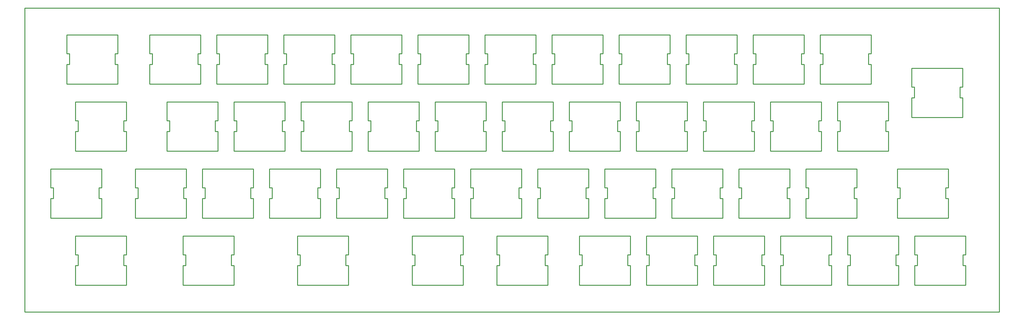
<source format=gko>
G04 Layer: BoardOutlineLayer*
G04 EasyEDA v6.5.34, 2023-08-01 23:33:27*
G04 013074218b084bf4b982500637593cf9,5a6b42c53f6a479593ecc07194224c93,10*
G04 Gerber Generator version 0.2*
G04 Scale: 100 percent, Rotated: No, Reflected: No *
G04 Dimensions in millimeters *
G04 leading zeros omitted , absolute positions ,4 integer and 5 decimal *
%FSLAX45Y45*%
%MOMM*%

%ADD10C,0.2540*%
D10*
X0Y8636000D02*
G01*
X27686000Y8636000D01*
X27686000Y0D01*
X0Y0D01*
X0Y8636000D01*
X3543300Y7874000D02*
G01*
X3543300Y7340600D01*
X3543300Y7340600D02*
G01*
X3619500Y7340600D01*
X3619500Y7340600D02*
G01*
X3619500Y7035800D01*
X3619500Y7035800D02*
G01*
X3543300Y7035800D01*
X3543300Y7035800D02*
G01*
X3543300Y6477000D01*
X3543300Y6477000D02*
G01*
X4991100Y6477000D01*
X4991100Y6477000D02*
G01*
X4991100Y7035800D01*
X4991100Y7035800D02*
G01*
X4914900Y7035800D01*
X4914900Y7035800D02*
G01*
X4914900Y7340600D01*
X4914900Y7340600D02*
G01*
X4991100Y7340600D01*
X4991100Y7340600D02*
G01*
X4991100Y7874000D01*
X4991100Y7874000D02*
G01*
X3543300Y7874000D01*
X1187500Y7874000D02*
G01*
X1187500Y7340600D01*
X1187500Y7340600D02*
G01*
X1263700Y7340600D01*
X1263700Y7340600D02*
G01*
X1263700Y7035800D01*
X1263700Y7035800D02*
G01*
X1187500Y7035800D01*
X1187500Y7035800D02*
G01*
X1187500Y6477000D01*
X1187500Y6477000D02*
G01*
X2635300Y6477000D01*
X2635300Y6477000D02*
G01*
X2635300Y7035800D01*
X2635300Y7035800D02*
G01*
X2559100Y7035800D01*
X2559100Y7035800D02*
G01*
X2559100Y7340600D01*
X2559100Y7340600D02*
G01*
X2635300Y7340600D01*
X2635300Y7340600D02*
G01*
X2635300Y7874000D01*
X2635300Y7874000D02*
G01*
X1187500Y7874000D01*
X5448300Y7874000D02*
G01*
X5448300Y7340600D01*
X5448300Y7340600D02*
G01*
X5524500Y7340600D01*
X5524500Y7340600D02*
G01*
X5524500Y7035800D01*
X5524500Y7035800D02*
G01*
X5448300Y7035800D01*
X5448300Y7035800D02*
G01*
X5448300Y6477000D01*
X5448300Y6477000D02*
G01*
X6896100Y6477000D01*
X6896100Y6477000D02*
G01*
X6896100Y7035800D01*
X6896100Y7035800D02*
G01*
X6819900Y7035800D01*
X6819900Y7035800D02*
G01*
X6819900Y7340600D01*
X6819900Y7340600D02*
G01*
X6896100Y7340600D01*
X6896100Y7340600D02*
G01*
X6896100Y7874000D01*
X6896100Y7874000D02*
G01*
X5448300Y7874000D01*
X7353300Y7874000D02*
G01*
X7353300Y7340600D01*
X7353300Y7340600D02*
G01*
X7429500Y7340600D01*
X7429500Y7340600D02*
G01*
X7429500Y7035800D01*
X7429500Y7035800D02*
G01*
X7353300Y7035800D01*
X7353300Y7035800D02*
G01*
X7353300Y6477000D01*
X7353300Y6477000D02*
G01*
X8801100Y6477000D01*
X8801100Y6477000D02*
G01*
X8801100Y7035800D01*
X8801100Y7035800D02*
G01*
X8724900Y7035800D01*
X8724900Y7035800D02*
G01*
X8724900Y7340600D01*
X8724900Y7340600D02*
G01*
X8801100Y7340600D01*
X8801100Y7340600D02*
G01*
X8801100Y7874000D01*
X8801100Y7874000D02*
G01*
X7353300Y7874000D01*
X9258300Y7874000D02*
G01*
X9258300Y7340600D01*
X9258300Y7340600D02*
G01*
X9334500Y7340600D01*
X9334500Y7340600D02*
G01*
X9334500Y7035800D01*
X9334500Y7035800D02*
G01*
X9258300Y7035800D01*
X9258300Y7035800D02*
G01*
X9258300Y6477000D01*
X9258300Y6477000D02*
G01*
X10706100Y6477000D01*
X10706100Y6477000D02*
G01*
X10706100Y7035800D01*
X10706100Y7035800D02*
G01*
X10629900Y7035800D01*
X10629900Y7035800D02*
G01*
X10629900Y7340600D01*
X10629900Y7340600D02*
G01*
X10706100Y7340600D01*
X10706100Y7340600D02*
G01*
X10706100Y7874000D01*
X10706100Y7874000D02*
G01*
X9258300Y7874000D01*
X11163300Y7874000D02*
G01*
X11163300Y7340600D01*
X11163300Y7340600D02*
G01*
X11239500Y7340600D01*
X11239500Y7340600D02*
G01*
X11239500Y7035800D01*
X11239500Y7035800D02*
G01*
X11163300Y7035800D01*
X11163300Y7035800D02*
G01*
X11163300Y6477000D01*
X11163300Y6477000D02*
G01*
X12611100Y6477000D01*
X12611100Y6477000D02*
G01*
X12611100Y7035800D01*
X12611100Y7035800D02*
G01*
X12534900Y7035800D01*
X12534900Y7035800D02*
G01*
X12534900Y7340600D01*
X12534900Y7340600D02*
G01*
X12611100Y7340600D01*
X12611100Y7340600D02*
G01*
X12611100Y7874000D01*
X12611100Y7874000D02*
G01*
X11163300Y7874000D01*
X13068300Y7874000D02*
G01*
X13068300Y7340600D01*
X13068300Y7340600D02*
G01*
X13144500Y7340600D01*
X13144500Y7340600D02*
G01*
X13144500Y7035800D01*
X13144500Y7035800D02*
G01*
X13068300Y7035800D01*
X13068300Y7035800D02*
G01*
X13068300Y6477000D01*
X13068300Y6477000D02*
G01*
X14516100Y6477000D01*
X14516100Y6477000D02*
G01*
X14516100Y7035800D01*
X14516100Y7035800D02*
G01*
X14439900Y7035800D01*
X14439900Y7035800D02*
G01*
X14439900Y7340600D01*
X14439900Y7340600D02*
G01*
X14516100Y7340600D01*
X14516100Y7340600D02*
G01*
X14516100Y7874000D01*
X14516100Y7874000D02*
G01*
X13068300Y7874000D01*
X14973300Y7874000D02*
G01*
X14973300Y7340600D01*
X14973300Y7340600D02*
G01*
X15049500Y7340600D01*
X15049500Y7340600D02*
G01*
X15049500Y7035800D01*
X15049500Y7035800D02*
G01*
X14973300Y7035800D01*
X14973300Y7035800D02*
G01*
X14973300Y6477000D01*
X14973300Y6477000D02*
G01*
X16421100Y6477000D01*
X16421100Y6477000D02*
G01*
X16421100Y7035800D01*
X16421100Y7035800D02*
G01*
X16344900Y7035800D01*
X16344900Y7035800D02*
G01*
X16344900Y7340600D01*
X16344900Y7340600D02*
G01*
X16421100Y7340600D01*
X16421100Y7340600D02*
G01*
X16421100Y7874000D01*
X16421100Y7874000D02*
G01*
X14973300Y7874000D01*
X16878300Y7874000D02*
G01*
X16878300Y7340600D01*
X16878300Y7340600D02*
G01*
X16954500Y7340600D01*
X16954500Y7340600D02*
G01*
X16954500Y7035800D01*
X16954500Y7035800D02*
G01*
X16878300Y7035800D01*
X16878300Y7035800D02*
G01*
X16878300Y6477000D01*
X16878300Y6477000D02*
G01*
X18326100Y6477000D01*
X18326100Y6477000D02*
G01*
X18326100Y7035800D01*
X18326100Y7035800D02*
G01*
X18249900Y7035800D01*
X18249900Y7035800D02*
G01*
X18249900Y7340600D01*
X18249900Y7340600D02*
G01*
X18326100Y7340600D01*
X18326100Y7340600D02*
G01*
X18326100Y7874000D01*
X18326100Y7874000D02*
G01*
X16878300Y7874000D01*
X18783300Y7874000D02*
G01*
X18783300Y7340600D01*
X18783300Y7340600D02*
G01*
X18859500Y7340600D01*
X18859500Y7340600D02*
G01*
X18859500Y7035800D01*
X18859500Y7035800D02*
G01*
X18783300Y7035800D01*
X18783300Y7035800D02*
G01*
X18783300Y6477000D01*
X18783300Y6477000D02*
G01*
X20231100Y6477000D01*
X20231100Y6477000D02*
G01*
X20231100Y7035800D01*
X20231100Y7035800D02*
G01*
X20154900Y7035800D01*
X20154900Y7035800D02*
G01*
X20154900Y7340600D01*
X20154900Y7340600D02*
G01*
X20231100Y7340600D01*
X20231100Y7340600D02*
G01*
X20231100Y7874000D01*
X20231100Y7874000D02*
G01*
X18783300Y7874000D01*
X20688300Y7874000D02*
G01*
X20688300Y7340600D01*
X20688300Y7340600D02*
G01*
X20764500Y7340600D01*
X20764500Y7340600D02*
G01*
X20764500Y7035800D01*
X20764500Y7035800D02*
G01*
X20688300Y7035800D01*
X20688300Y7035800D02*
G01*
X20688300Y6477000D01*
X20688300Y6477000D02*
G01*
X22136100Y6477000D01*
X22136100Y6477000D02*
G01*
X22136100Y7035800D01*
X22136100Y7035800D02*
G01*
X22059900Y7035800D01*
X22059900Y7035800D02*
G01*
X22059900Y7340600D01*
X22059900Y7340600D02*
G01*
X22136100Y7340600D01*
X22136100Y7340600D02*
G01*
X22136100Y7874000D01*
X22136100Y7874000D02*
G01*
X20688300Y7874000D01*
X22593300Y7874000D02*
G01*
X22593300Y7340600D01*
X22593300Y7340600D02*
G01*
X22669500Y7340600D01*
X22669500Y7340600D02*
G01*
X22669500Y7035800D01*
X22669500Y7035800D02*
G01*
X22593300Y7035800D01*
X22593300Y7035800D02*
G01*
X22593300Y6477000D01*
X22593300Y6477000D02*
G01*
X24041100Y6477000D01*
X24041100Y6477000D02*
G01*
X24041100Y7035800D01*
X24041100Y7035800D02*
G01*
X23964900Y7035800D01*
X23964900Y7035800D02*
G01*
X23964900Y7340600D01*
X23964900Y7340600D02*
G01*
X24041100Y7340600D01*
X24041100Y7340600D02*
G01*
X24041100Y7874000D01*
X24041100Y7874000D02*
G01*
X22593300Y7874000D01*
X25196800Y6921500D02*
G01*
X25196800Y6388100D01*
X25196800Y6388100D02*
G01*
X25273000Y6388100D01*
X25273000Y6388100D02*
G01*
X25273000Y6083300D01*
X25273000Y6083300D02*
G01*
X25196800Y6083300D01*
X25196800Y6083300D02*
G01*
X25196800Y5524500D01*
X25196800Y5524500D02*
G01*
X26644600Y5524500D01*
X26644600Y5524500D02*
G01*
X26644600Y6083300D01*
X26644600Y6083300D02*
G01*
X26568400Y6083300D01*
X26568400Y6083300D02*
G01*
X26568400Y6388100D01*
X26568400Y6388100D02*
G01*
X26644600Y6388100D01*
X26644600Y6388100D02*
G01*
X26644600Y6921500D01*
X26644600Y6921500D02*
G01*
X25196800Y6921500D01*
X1435100Y5969000D02*
G01*
X1435100Y5435600D01*
X1435100Y5435600D02*
G01*
X1511300Y5435600D01*
X1511300Y5435600D02*
G01*
X1511300Y5130800D01*
X1511300Y5130800D02*
G01*
X1435100Y5130800D01*
X1435100Y5130800D02*
G01*
X1435100Y4572000D01*
X1435100Y4572000D02*
G01*
X2882900Y4572000D01*
X2882900Y4572000D02*
G01*
X2882900Y5130800D01*
X2882900Y5130800D02*
G01*
X2806700Y5130800D01*
X2806700Y5130800D02*
G01*
X2806700Y5435600D01*
X2806700Y5435600D02*
G01*
X2882900Y5435600D01*
X2882900Y5435600D02*
G01*
X2882900Y5969000D01*
X2882900Y5969000D02*
G01*
X1435100Y5969000D01*
X4038600Y5969000D02*
G01*
X4038600Y5435600D01*
X4038600Y5435600D02*
G01*
X4114800Y5435600D01*
X4114800Y5435600D02*
G01*
X4114800Y5130800D01*
X4114800Y5130800D02*
G01*
X4038600Y5130800D01*
X4038600Y5130800D02*
G01*
X4038600Y4572000D01*
X4038600Y4572000D02*
G01*
X5486400Y4572000D01*
X5486400Y4572000D02*
G01*
X5486400Y5130800D01*
X5486400Y5130800D02*
G01*
X5410200Y5130800D01*
X5410200Y5130800D02*
G01*
X5410200Y5435600D01*
X5410200Y5435600D02*
G01*
X5486400Y5435600D01*
X5486400Y5435600D02*
G01*
X5486400Y5969000D01*
X5486400Y5969000D02*
G01*
X4038600Y5969000D01*
X5943600Y5969000D02*
G01*
X5943600Y5435600D01*
X5943600Y5435600D02*
G01*
X6019800Y5435600D01*
X6019800Y5435600D02*
G01*
X6019800Y5130800D01*
X6019800Y5130800D02*
G01*
X5943600Y5130800D01*
X5943600Y5130800D02*
G01*
X5943600Y4572000D01*
X5943600Y4572000D02*
G01*
X7391400Y4572000D01*
X7391400Y4572000D02*
G01*
X7391400Y5130800D01*
X7391400Y5130800D02*
G01*
X7315200Y5130800D01*
X7315200Y5130800D02*
G01*
X7315200Y5435600D01*
X7315200Y5435600D02*
G01*
X7391400Y5435600D01*
X7391400Y5435600D02*
G01*
X7391400Y5969000D01*
X7391400Y5969000D02*
G01*
X5943600Y5969000D01*
X7848600Y5969000D02*
G01*
X7848600Y5435600D01*
X7848600Y5435600D02*
G01*
X7924800Y5435600D01*
X7924800Y5435600D02*
G01*
X7924800Y5130800D01*
X7924800Y5130800D02*
G01*
X7848600Y5130800D01*
X7848600Y5130800D02*
G01*
X7848600Y4572000D01*
X7848600Y4572000D02*
G01*
X9296400Y4572000D01*
X9296400Y4572000D02*
G01*
X9296400Y5130800D01*
X9296400Y5130800D02*
G01*
X9220200Y5130800D01*
X9220200Y5130800D02*
G01*
X9220200Y5435600D01*
X9220200Y5435600D02*
G01*
X9296400Y5435600D01*
X9296400Y5435600D02*
G01*
X9296400Y5969000D01*
X9296400Y5969000D02*
G01*
X7848600Y5969000D01*
X9753600Y5969000D02*
G01*
X9753600Y5435600D01*
X9753600Y5435600D02*
G01*
X9829800Y5435600D01*
X9829800Y5435600D02*
G01*
X9829800Y5130800D01*
X9829800Y5130800D02*
G01*
X9753600Y5130800D01*
X9753600Y5130800D02*
G01*
X9753600Y4572000D01*
X9753600Y4572000D02*
G01*
X11201400Y4572000D01*
X11201400Y4572000D02*
G01*
X11201400Y5130800D01*
X11201400Y5130800D02*
G01*
X11125200Y5130800D01*
X11125200Y5130800D02*
G01*
X11125200Y5435600D01*
X11125200Y5435600D02*
G01*
X11201400Y5435600D01*
X11201400Y5435600D02*
G01*
X11201400Y5969000D01*
X11201400Y5969000D02*
G01*
X9753600Y5969000D01*
X11658600Y5969000D02*
G01*
X11658600Y5435600D01*
X11658600Y5435600D02*
G01*
X11734800Y5435600D01*
X11734800Y5435600D02*
G01*
X11734800Y5130800D01*
X11734800Y5130800D02*
G01*
X11658600Y5130800D01*
X11658600Y5130800D02*
G01*
X11658600Y4572000D01*
X11658600Y4572000D02*
G01*
X13106400Y4572000D01*
X13106400Y4572000D02*
G01*
X13106400Y5130800D01*
X13106400Y5130800D02*
G01*
X13030200Y5130800D01*
X13030200Y5130800D02*
G01*
X13030200Y5435600D01*
X13030200Y5435600D02*
G01*
X13106400Y5435600D01*
X13106400Y5435600D02*
G01*
X13106400Y5969000D01*
X13106400Y5969000D02*
G01*
X11658600Y5969000D01*
X13563600Y5969000D02*
G01*
X13563600Y5435600D01*
X13563600Y5435600D02*
G01*
X13639800Y5435600D01*
X13639800Y5435600D02*
G01*
X13639800Y5130800D01*
X13639800Y5130800D02*
G01*
X13563600Y5130800D01*
X13563600Y5130800D02*
G01*
X13563600Y4572000D01*
X13563600Y4572000D02*
G01*
X15011400Y4572000D01*
X15011400Y4572000D02*
G01*
X15011400Y5130800D01*
X15011400Y5130800D02*
G01*
X14935200Y5130800D01*
X14935200Y5130800D02*
G01*
X14935200Y5435600D01*
X14935200Y5435600D02*
G01*
X15011400Y5435600D01*
X15011400Y5435600D02*
G01*
X15011400Y5969000D01*
X15011400Y5969000D02*
G01*
X13563600Y5969000D01*
X15468600Y5969000D02*
G01*
X15468600Y5435600D01*
X15468600Y5435600D02*
G01*
X15544800Y5435600D01*
X15544800Y5435600D02*
G01*
X15544800Y5130800D01*
X15544800Y5130800D02*
G01*
X15468600Y5130800D01*
X15468600Y5130800D02*
G01*
X15468600Y4572000D01*
X15468600Y4572000D02*
G01*
X16916400Y4572000D01*
X16916400Y4572000D02*
G01*
X16916400Y5130800D01*
X16916400Y5130800D02*
G01*
X16840200Y5130800D01*
X16840200Y5130800D02*
G01*
X16840200Y5435600D01*
X16840200Y5435600D02*
G01*
X16916400Y5435600D01*
X16916400Y5435600D02*
G01*
X16916400Y5969000D01*
X16916400Y5969000D02*
G01*
X15468600Y5969000D01*
X17373600Y5969000D02*
G01*
X17373600Y5435600D01*
X17373600Y5435600D02*
G01*
X17449800Y5435600D01*
X17449800Y5435600D02*
G01*
X17449800Y5130800D01*
X17449800Y5130800D02*
G01*
X17373600Y5130800D01*
X17373600Y5130800D02*
G01*
X17373600Y4572000D01*
X17373600Y4572000D02*
G01*
X18821400Y4572000D01*
X18821400Y4572000D02*
G01*
X18821400Y5130800D01*
X18821400Y5130800D02*
G01*
X18745200Y5130800D01*
X18745200Y5130800D02*
G01*
X18745200Y5435600D01*
X18745200Y5435600D02*
G01*
X18821400Y5435600D01*
X18821400Y5435600D02*
G01*
X18821400Y5969000D01*
X18821400Y5969000D02*
G01*
X17373600Y5969000D01*
X19278600Y5969000D02*
G01*
X19278600Y5435600D01*
X19278600Y5435600D02*
G01*
X19354800Y5435600D01*
X19354800Y5435600D02*
G01*
X19354800Y5130800D01*
X19354800Y5130800D02*
G01*
X19278600Y5130800D01*
X19278600Y5130800D02*
G01*
X19278600Y4572000D01*
X19278600Y4572000D02*
G01*
X20726400Y4572000D01*
X20726400Y4572000D02*
G01*
X20726400Y5130800D01*
X20726400Y5130800D02*
G01*
X20650200Y5130800D01*
X20650200Y5130800D02*
G01*
X20650200Y5435600D01*
X20650200Y5435600D02*
G01*
X20726400Y5435600D01*
X20726400Y5435600D02*
G01*
X20726400Y5969000D01*
X20726400Y5969000D02*
G01*
X19278600Y5969000D01*
X21183600Y5969000D02*
G01*
X21183600Y5435600D01*
X21183600Y5435600D02*
G01*
X21259800Y5435600D01*
X21259800Y5435600D02*
G01*
X21259800Y5130800D01*
X21259800Y5130800D02*
G01*
X21183600Y5130800D01*
X21183600Y5130800D02*
G01*
X21183600Y4572000D01*
X21183600Y4572000D02*
G01*
X22631400Y4572000D01*
X22631400Y4572000D02*
G01*
X22631400Y5130800D01*
X22631400Y5130800D02*
G01*
X22555200Y5130800D01*
X22555200Y5130800D02*
G01*
X22555200Y5435600D01*
X22555200Y5435600D02*
G01*
X22631400Y5435600D01*
X22631400Y5435600D02*
G01*
X22631400Y5969000D01*
X22631400Y5969000D02*
G01*
X21183600Y5969000D01*
X23088600Y5969000D02*
G01*
X23088600Y5435600D01*
X23088600Y5435600D02*
G01*
X23164800Y5435600D01*
X23164800Y5435600D02*
G01*
X23164800Y5130800D01*
X23164800Y5130800D02*
G01*
X23088600Y5130800D01*
X23088600Y5130800D02*
G01*
X23088600Y4572000D01*
X23088600Y4572000D02*
G01*
X24536400Y4572000D01*
X24536400Y4572000D02*
G01*
X24536400Y5130800D01*
X24536400Y5130800D02*
G01*
X24460200Y5130800D01*
X24460200Y5130800D02*
G01*
X24460200Y5435600D01*
X24460200Y5435600D02*
G01*
X24536400Y5435600D01*
X24536400Y5435600D02*
G01*
X24536400Y5969000D01*
X24536400Y5969000D02*
G01*
X23088600Y5969000D01*
X736600Y4064000D02*
G01*
X736600Y3530600D01*
X736600Y3530600D02*
G01*
X812800Y3530600D01*
X812800Y3530600D02*
G01*
X812800Y3225800D01*
X812800Y3225800D02*
G01*
X736600Y3225800D01*
X736600Y3225800D02*
G01*
X736600Y2667000D01*
X736600Y2667000D02*
G01*
X2184400Y2667000D01*
X2184400Y2667000D02*
G01*
X2184400Y3225800D01*
X2184400Y3225800D02*
G01*
X2108200Y3225800D01*
X2108200Y3225800D02*
G01*
X2108200Y3530600D01*
X2108200Y3530600D02*
G01*
X2184400Y3530600D01*
X2184400Y3530600D02*
G01*
X2184400Y4064000D01*
X2184400Y4064000D02*
G01*
X736600Y4064000D01*
X3136900Y4064000D02*
G01*
X3136900Y3530600D01*
X3136900Y3530600D02*
G01*
X3213100Y3530600D01*
X3213100Y3530600D02*
G01*
X3213100Y3225800D01*
X3213100Y3225800D02*
G01*
X3136900Y3225800D01*
X3136900Y3225800D02*
G01*
X3136900Y2667000D01*
X3136900Y2667000D02*
G01*
X4584700Y2667000D01*
X4584700Y2667000D02*
G01*
X4584700Y3225800D01*
X4584700Y3225800D02*
G01*
X4508500Y3225800D01*
X4508500Y3225800D02*
G01*
X4508500Y3530600D01*
X4508500Y3530600D02*
G01*
X4584700Y3530600D01*
X4584700Y3530600D02*
G01*
X4584700Y4064000D01*
X4584700Y4064000D02*
G01*
X3136900Y4064000D01*
X5041900Y4064000D02*
G01*
X5041900Y3530600D01*
X5041900Y3530600D02*
G01*
X5118100Y3530600D01*
X5118100Y3530600D02*
G01*
X5118100Y3225800D01*
X5118100Y3225800D02*
G01*
X5041900Y3225800D01*
X5041900Y3225800D02*
G01*
X5041900Y2667000D01*
X5041900Y2667000D02*
G01*
X6489700Y2667000D01*
X6489700Y2667000D02*
G01*
X6489700Y3225800D01*
X6489700Y3225800D02*
G01*
X6413500Y3225800D01*
X6413500Y3225800D02*
G01*
X6413500Y3530600D01*
X6413500Y3530600D02*
G01*
X6489700Y3530600D01*
X6489700Y3530600D02*
G01*
X6489700Y4064000D01*
X6489700Y4064000D02*
G01*
X5041900Y4064000D01*
X6946900Y4064000D02*
G01*
X6946900Y3530600D01*
X6946900Y3530600D02*
G01*
X7023100Y3530600D01*
X7023100Y3530600D02*
G01*
X7023100Y3225800D01*
X7023100Y3225800D02*
G01*
X6946900Y3225800D01*
X6946900Y3225800D02*
G01*
X6946900Y2667000D01*
X6946900Y2667000D02*
G01*
X8394700Y2667000D01*
X8394700Y2667000D02*
G01*
X8394700Y3225800D01*
X8394700Y3225800D02*
G01*
X8318500Y3225800D01*
X8318500Y3225800D02*
G01*
X8318500Y3530600D01*
X8318500Y3530600D02*
G01*
X8394700Y3530600D01*
X8394700Y3530600D02*
G01*
X8394700Y4064000D01*
X8394700Y4064000D02*
G01*
X6946900Y4064000D01*
X8851900Y4064000D02*
G01*
X8851900Y3530600D01*
X8851900Y3530600D02*
G01*
X8928100Y3530600D01*
X8928100Y3530600D02*
G01*
X8928100Y3225800D01*
X8928100Y3225800D02*
G01*
X8851900Y3225800D01*
X8851900Y3225800D02*
G01*
X8851900Y2667000D01*
X8851900Y2667000D02*
G01*
X10299700Y2667000D01*
X10299700Y2667000D02*
G01*
X10299700Y3225800D01*
X10299700Y3225800D02*
G01*
X10223500Y3225800D01*
X10223500Y3225800D02*
G01*
X10223500Y3530600D01*
X10223500Y3530600D02*
G01*
X10299700Y3530600D01*
X10299700Y3530600D02*
G01*
X10299700Y4064000D01*
X10299700Y4064000D02*
G01*
X8851900Y4064000D01*
X10756900Y4064000D02*
G01*
X10756900Y3530600D01*
X10756900Y3530600D02*
G01*
X10833100Y3530600D01*
X10833100Y3530600D02*
G01*
X10833100Y3225800D01*
X10833100Y3225800D02*
G01*
X10756900Y3225800D01*
X10756900Y3225800D02*
G01*
X10756900Y2667000D01*
X10756900Y2667000D02*
G01*
X12204700Y2667000D01*
X12204700Y2667000D02*
G01*
X12204700Y3225800D01*
X12204700Y3225800D02*
G01*
X12128500Y3225800D01*
X12128500Y3225800D02*
G01*
X12128500Y3530600D01*
X12128500Y3530600D02*
G01*
X12204700Y3530600D01*
X12204700Y3530600D02*
G01*
X12204700Y4064000D01*
X12204700Y4064000D02*
G01*
X10756900Y4064000D01*
X12661900Y4064000D02*
G01*
X12661900Y3530600D01*
X12661900Y3530600D02*
G01*
X12738100Y3530600D01*
X12738100Y3530600D02*
G01*
X12738100Y3225800D01*
X12738100Y3225800D02*
G01*
X12661900Y3225800D01*
X12661900Y3225800D02*
G01*
X12661900Y2667000D01*
X12661900Y2667000D02*
G01*
X14109700Y2667000D01*
X14109700Y2667000D02*
G01*
X14109700Y3225800D01*
X14109700Y3225800D02*
G01*
X14033500Y3225800D01*
X14033500Y3225800D02*
G01*
X14033500Y3530600D01*
X14033500Y3530600D02*
G01*
X14109700Y3530600D01*
X14109700Y3530600D02*
G01*
X14109700Y4064000D01*
X14109700Y4064000D02*
G01*
X12661900Y4064000D01*
X14566900Y4064000D02*
G01*
X14566900Y3530600D01*
X14566900Y3530600D02*
G01*
X14643100Y3530600D01*
X14643100Y3530600D02*
G01*
X14643100Y3225800D01*
X14643100Y3225800D02*
G01*
X14566900Y3225800D01*
X14566900Y3225800D02*
G01*
X14566900Y2667000D01*
X14566900Y2667000D02*
G01*
X16014700Y2667000D01*
X16014700Y2667000D02*
G01*
X16014700Y3225800D01*
X16014700Y3225800D02*
G01*
X15938500Y3225800D01*
X15938500Y3225800D02*
G01*
X15938500Y3530600D01*
X15938500Y3530600D02*
G01*
X16014700Y3530600D01*
X16014700Y3530600D02*
G01*
X16014700Y4064000D01*
X16014700Y4064000D02*
G01*
X14566900Y4064000D01*
X16471900Y4064000D02*
G01*
X16471900Y3530600D01*
X16471900Y3530600D02*
G01*
X16548100Y3530600D01*
X16548100Y3530600D02*
G01*
X16548100Y3225800D01*
X16548100Y3225800D02*
G01*
X16471900Y3225800D01*
X16471900Y3225800D02*
G01*
X16471900Y2667000D01*
X16471900Y2667000D02*
G01*
X17919700Y2667000D01*
X17919700Y2667000D02*
G01*
X17919700Y3225800D01*
X17919700Y3225800D02*
G01*
X17843500Y3225800D01*
X17843500Y3225800D02*
G01*
X17843500Y3530600D01*
X17843500Y3530600D02*
G01*
X17919700Y3530600D01*
X17919700Y3530600D02*
G01*
X17919700Y4064000D01*
X17919700Y4064000D02*
G01*
X16471900Y4064000D01*
X18376900Y4064000D02*
G01*
X18376900Y3530600D01*
X18376900Y3530600D02*
G01*
X18453100Y3530600D01*
X18453100Y3530600D02*
G01*
X18453100Y3225800D01*
X18453100Y3225800D02*
G01*
X18376900Y3225800D01*
X18376900Y3225800D02*
G01*
X18376900Y2667000D01*
X18376900Y2667000D02*
G01*
X19824700Y2667000D01*
X19824700Y2667000D02*
G01*
X19824700Y3225800D01*
X19824700Y3225800D02*
G01*
X19748500Y3225800D01*
X19748500Y3225800D02*
G01*
X19748500Y3530600D01*
X19748500Y3530600D02*
G01*
X19824700Y3530600D01*
X19824700Y3530600D02*
G01*
X19824700Y4064000D01*
X19824700Y4064000D02*
G01*
X18376900Y4064000D01*
X20281900Y4064000D02*
G01*
X20281900Y3530600D01*
X20281900Y3530600D02*
G01*
X20358100Y3530600D01*
X20358100Y3530600D02*
G01*
X20358100Y3225800D01*
X20358100Y3225800D02*
G01*
X20281900Y3225800D01*
X20281900Y3225800D02*
G01*
X20281900Y2667000D01*
X20281900Y2667000D02*
G01*
X21729700Y2667000D01*
X21729700Y2667000D02*
G01*
X21729700Y3225800D01*
X21729700Y3225800D02*
G01*
X21653500Y3225800D01*
X21653500Y3225800D02*
G01*
X21653500Y3530600D01*
X21653500Y3530600D02*
G01*
X21729700Y3530600D01*
X21729700Y3530600D02*
G01*
X21729700Y4064000D01*
X21729700Y4064000D02*
G01*
X20281900Y4064000D01*
X22186900Y4064000D02*
G01*
X22186900Y3530600D01*
X22186900Y3530600D02*
G01*
X22263100Y3530600D01*
X22263100Y3530600D02*
G01*
X22263100Y3225800D01*
X22263100Y3225800D02*
G01*
X22186900Y3225800D01*
X22186900Y3225800D02*
G01*
X22186900Y2667000D01*
X22186900Y2667000D02*
G01*
X23634700Y2667000D01*
X23634700Y2667000D02*
G01*
X23634700Y3225800D01*
X23634700Y3225800D02*
G01*
X23558500Y3225800D01*
X23558500Y3225800D02*
G01*
X23558500Y3530600D01*
X23558500Y3530600D02*
G01*
X23634700Y3530600D01*
X23634700Y3530600D02*
G01*
X23634700Y4064000D01*
X23634700Y4064000D02*
G01*
X22186900Y4064000D01*
X24790400Y4064000D02*
G01*
X24790400Y3530600D01*
X24790400Y3530600D02*
G01*
X24866600Y3530600D01*
X24866600Y3530600D02*
G01*
X24866600Y3225800D01*
X24866600Y3225800D02*
G01*
X24790400Y3225800D01*
X24790400Y3225800D02*
G01*
X24790400Y2667000D01*
X24790400Y2667000D02*
G01*
X26238200Y2667000D01*
X26238200Y2667000D02*
G01*
X26238200Y3225800D01*
X26238200Y3225800D02*
G01*
X26162000Y3225800D01*
X26162000Y3225800D02*
G01*
X26162000Y3530600D01*
X26162000Y3530600D02*
G01*
X26238200Y3530600D01*
X26238200Y3530600D02*
G01*
X26238200Y4064000D01*
X26238200Y4064000D02*
G01*
X24790400Y4064000D01*
X1435100Y2159000D02*
G01*
X1435100Y1625600D01*
X1435100Y1625600D02*
G01*
X1511300Y1625600D01*
X1511300Y1625600D02*
G01*
X1511300Y1320800D01*
X1511300Y1320800D02*
G01*
X1435100Y1320800D01*
X1435100Y1320800D02*
G01*
X1435100Y762000D01*
X1435100Y762000D02*
G01*
X2882900Y762000D01*
X2882900Y762000D02*
G01*
X2882900Y1320800D01*
X2882900Y1320800D02*
G01*
X2806700Y1320800D01*
X2806700Y1320800D02*
G01*
X2806700Y1625600D01*
X2806700Y1625600D02*
G01*
X2882900Y1625600D01*
X2882900Y1625600D02*
G01*
X2882900Y2159000D01*
X2882900Y2159000D02*
G01*
X1435100Y2159000D01*
X4489500Y2159000D02*
G01*
X4489500Y1625600D01*
X4489500Y1625600D02*
G01*
X4565700Y1625600D01*
X4565700Y1625600D02*
G01*
X4565700Y1320800D01*
X4565700Y1320800D02*
G01*
X4489500Y1320800D01*
X4489500Y1320800D02*
G01*
X4489500Y762000D01*
X4489500Y762000D02*
G01*
X5937300Y762000D01*
X5937300Y762000D02*
G01*
X5937300Y1320800D01*
X5937300Y1320800D02*
G01*
X5861100Y1320800D01*
X5861100Y1320800D02*
G01*
X5861100Y1625600D01*
X5861100Y1625600D02*
G01*
X5937300Y1625600D01*
X5937300Y1625600D02*
G01*
X5937300Y2159000D01*
X5937300Y2159000D02*
G01*
X4489500Y2159000D01*
X7747000Y2159000D02*
G01*
X7747000Y1625600D01*
X7747000Y1625600D02*
G01*
X7823200Y1625600D01*
X7823200Y1625600D02*
G01*
X7823200Y1320800D01*
X7823200Y1320800D02*
G01*
X7747000Y1320800D01*
X7747000Y1320800D02*
G01*
X7747000Y762000D01*
X7747000Y762000D02*
G01*
X9194800Y762000D01*
X9194800Y762000D02*
G01*
X9194800Y1320800D01*
X9194800Y1320800D02*
G01*
X9118600Y1320800D01*
X9118600Y1320800D02*
G01*
X9118600Y1625600D01*
X9118600Y1625600D02*
G01*
X9194800Y1625600D01*
X9194800Y1625600D02*
G01*
X9194800Y2159000D01*
X9194800Y2159000D02*
G01*
X7747000Y2159000D01*
X11004600Y2159000D02*
G01*
X11004600Y1625600D01*
X11004600Y1625600D02*
G01*
X11080800Y1625600D01*
X11080800Y1625600D02*
G01*
X11080800Y1320800D01*
X11080800Y1320800D02*
G01*
X11004600Y1320800D01*
X11004600Y1320800D02*
G01*
X11004600Y762000D01*
X11004600Y762000D02*
G01*
X12452400Y762000D01*
X12452400Y762000D02*
G01*
X12452400Y1320800D01*
X12452400Y1320800D02*
G01*
X12376200Y1320800D01*
X12376200Y1320800D02*
G01*
X12376200Y1625600D01*
X12376200Y1625600D02*
G01*
X12452400Y1625600D01*
X12452400Y1625600D02*
G01*
X12452400Y2159000D01*
X12452400Y2159000D02*
G01*
X11004600Y2159000D01*
X13404900Y2159000D02*
G01*
X13404900Y1625600D01*
X13404900Y1625600D02*
G01*
X13481100Y1625600D01*
X13481100Y1625600D02*
G01*
X13481100Y1320800D01*
X13481100Y1320800D02*
G01*
X13404900Y1320800D01*
X13404900Y1320800D02*
G01*
X13404900Y762000D01*
X13404900Y762000D02*
G01*
X14852700Y762000D01*
X14852700Y762000D02*
G01*
X14852700Y1320800D01*
X14852700Y1320800D02*
G01*
X14776500Y1320800D01*
X14776500Y1320800D02*
G01*
X14776500Y1625600D01*
X14776500Y1625600D02*
G01*
X14852700Y1625600D01*
X14852700Y1625600D02*
G01*
X14852700Y2159000D01*
X14852700Y2159000D02*
G01*
X13404900Y2159000D01*
X15754400Y2159000D02*
G01*
X15754400Y1625600D01*
X15754400Y1625600D02*
G01*
X15830600Y1625600D01*
X15830600Y1625600D02*
G01*
X15830600Y1320800D01*
X15830600Y1320800D02*
G01*
X15754400Y1320800D01*
X15754400Y1320800D02*
G01*
X15754400Y762000D01*
X15754400Y762000D02*
G01*
X17202200Y762000D01*
X17202200Y762000D02*
G01*
X17202200Y1320800D01*
X17202200Y1320800D02*
G01*
X17126000Y1320800D01*
X17126000Y1320800D02*
G01*
X17126000Y1625600D01*
X17126000Y1625600D02*
G01*
X17202200Y1625600D01*
X17202200Y1625600D02*
G01*
X17202200Y2159000D01*
X17202200Y2159000D02*
G01*
X15754400Y2159000D01*
X17659400Y2159000D02*
G01*
X17659400Y1625600D01*
X17659400Y1625600D02*
G01*
X17735600Y1625600D01*
X17735600Y1625600D02*
G01*
X17735600Y1320800D01*
X17735600Y1320800D02*
G01*
X17659400Y1320800D01*
X17659400Y1320800D02*
G01*
X17659400Y762000D01*
X17659400Y762000D02*
G01*
X19107200Y762000D01*
X19107200Y762000D02*
G01*
X19107200Y1320800D01*
X19107200Y1320800D02*
G01*
X19031000Y1320800D01*
X19031000Y1320800D02*
G01*
X19031000Y1625600D01*
X19031000Y1625600D02*
G01*
X19107200Y1625600D01*
X19107200Y1625600D02*
G01*
X19107200Y2159000D01*
X19107200Y2159000D02*
G01*
X17659400Y2159000D01*
X19564400Y2159000D02*
G01*
X19564400Y1625600D01*
X19564400Y1625600D02*
G01*
X19640600Y1625600D01*
X19640600Y1625600D02*
G01*
X19640600Y1320800D01*
X19640600Y1320800D02*
G01*
X19564400Y1320800D01*
X19564400Y1320800D02*
G01*
X19564400Y762000D01*
X19564400Y762000D02*
G01*
X21012200Y762000D01*
X21012200Y762000D02*
G01*
X21012200Y1320800D01*
X21012200Y1320800D02*
G01*
X20936000Y1320800D01*
X20936000Y1320800D02*
G01*
X20936000Y1625600D01*
X20936000Y1625600D02*
G01*
X21012200Y1625600D01*
X21012200Y1625600D02*
G01*
X21012200Y2159000D01*
X21012200Y2159000D02*
G01*
X19564400Y2159000D01*
X21469400Y2159000D02*
G01*
X21469400Y1625600D01*
X21469400Y1625600D02*
G01*
X21545600Y1625600D01*
X21545600Y1625600D02*
G01*
X21545600Y1320800D01*
X21545600Y1320800D02*
G01*
X21469400Y1320800D01*
X21469400Y1320800D02*
G01*
X21469400Y762000D01*
X21469400Y762000D02*
G01*
X22917200Y762000D01*
X22917200Y762000D02*
G01*
X22917200Y1320800D01*
X22917200Y1320800D02*
G01*
X22841000Y1320800D01*
X22841000Y1320800D02*
G01*
X22841000Y1625600D01*
X22841000Y1625600D02*
G01*
X22917200Y1625600D01*
X22917200Y1625600D02*
G01*
X22917200Y2159000D01*
X22917200Y2159000D02*
G01*
X21469400Y2159000D01*
X23374400Y2159000D02*
G01*
X23374400Y1625600D01*
X23374400Y1625600D02*
G01*
X23450600Y1625600D01*
X23450600Y1625600D02*
G01*
X23450600Y1320800D01*
X23450600Y1320800D02*
G01*
X23374400Y1320800D01*
X23374400Y1320800D02*
G01*
X23374400Y762000D01*
X23374400Y762000D02*
G01*
X24822200Y762000D01*
X24822200Y762000D02*
G01*
X24822200Y1320800D01*
X24822200Y1320800D02*
G01*
X24746000Y1320800D01*
X24746000Y1320800D02*
G01*
X24746000Y1625600D01*
X24746000Y1625600D02*
G01*
X24822200Y1625600D01*
X24822200Y1625600D02*
G01*
X24822200Y2159000D01*
X24822200Y2159000D02*
G01*
X23374400Y2159000D01*
X25279400Y2159000D02*
G01*
X25279400Y1625600D01*
X25279400Y1625600D02*
G01*
X25355600Y1625600D01*
X25355600Y1625600D02*
G01*
X25355600Y1320800D01*
X25355600Y1320800D02*
G01*
X25279400Y1320800D01*
X25279400Y1320800D02*
G01*
X25279400Y762000D01*
X25279400Y762000D02*
G01*
X26727200Y762000D01*
X26727200Y762000D02*
G01*
X26727200Y1320800D01*
X26727200Y1320800D02*
G01*
X26651000Y1320800D01*
X26651000Y1320800D02*
G01*
X26651000Y1625600D01*
X26651000Y1625600D02*
G01*
X26727200Y1625600D01*
X26727200Y1625600D02*
G01*
X26727200Y2159000D01*
X26727200Y2159000D02*
G01*
X25279400Y2159000D01*

%LPD*%
M02*

</source>
